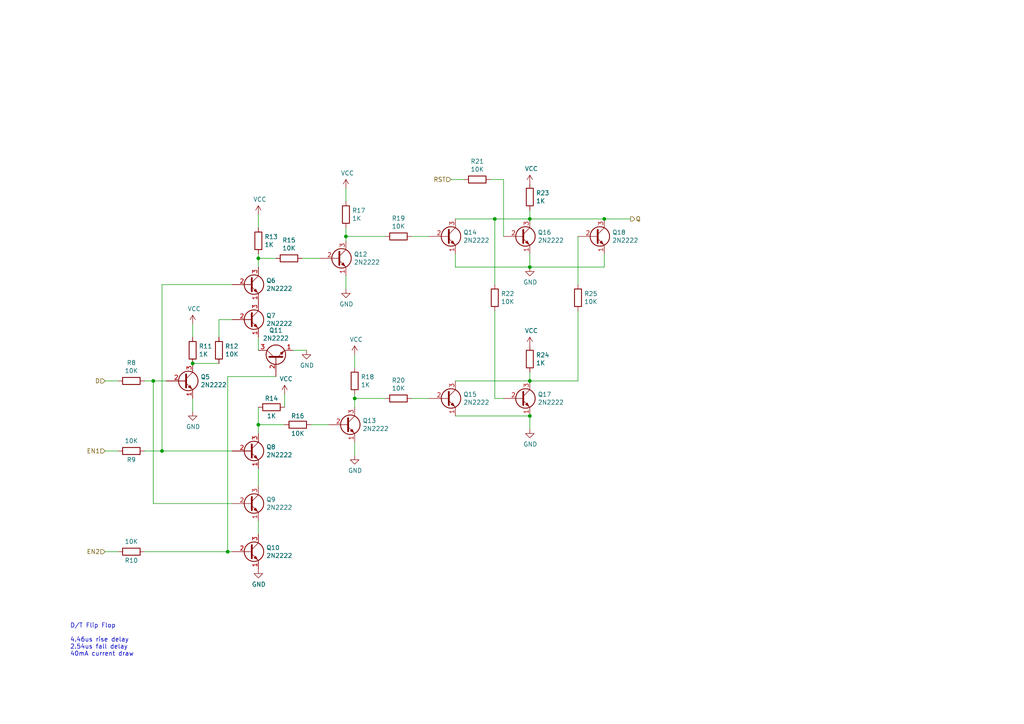
<source format=kicad_sch>
(kicad_sch (version 20230121) (generator eeschema)
  (paper "A4")
  (title_block (title "D Flip Flop") (date "2019-12-24") (rev "1") (comment 4 "Also doubles as a T flip-fop if desired"))
  (lib_symbols
    (symbol "2n2222:2N2222" (pin_names (offset 0) hide)
      (property "Reference" "Q" (at 5.08 1.905 0))
      (property "Value" "2N2222" (at 5.08 0 0))
      (symbol "2N2222_0_1"
        (polyline (pts (xy 0.635 0.635) (xy 2.54 2.54)))
        (polyline (pts (xy 0.635 -0.635) (xy 2.54 -2.54) (xy 2.54 -2.54)))
        (polyline (pts (xy 0.635 1.905) (xy 0.635 -1.905) (xy 0.635 -1.905)) (stroke (width 0.508)))
        (polyline (pts (xy 1.27 -1.778) (xy 1.778 -1.27) (xy 2.286 -2.286) (xy 1.27 -1.778) (xy 1.27 -1.778)) (fill (type outline)))
        (circle (center 1.27 0) (radius 2.8194) (stroke (width 0.254)))
      )
      (symbol "2N2222_1_1"
        (pin passive line (at 2.54 -5.08 90) (length 2.54) (name "E") (number "1"))
        (pin passive line (at -5.08 0 0) (length 5.715) (name "B") (number "2"))
        (pin passive line (at 2.54 5.08 270) (length 2.54) (name "C") (number "3"))
      )
    )
    (symbol "Device:R" (pin_numbers hide) (pin_names (offset 0))
      (property "Reference" "R" (at 2.032 0 90))
      (property "Value" "R" (at 0 0 90))
      (symbol "R_0_1"
        (rectangle (start -1.016 -2.54) (end 1.016 2.54) (stroke (width 0.254)))
      )
      (symbol "R_1_1"
        (pin passive line (at 0 3.81 270) (length 1.27) (name "~") (number "1"))
        (pin passive line (at 0 -3.81 90) (length 1.27) (name "~") (number "2"))
      )
    )
    (symbol "power:GND" (power) (pin_names (offset 0))
      (property "Value" "GND" (at 0 -3.81 0))
      (symbol "GND_0_1"
        (polyline (pts (xy 0 0) (xy 0 -1.27) (xy 1.27 -1.27) (xy 0 -2.54) (xy -1.27 -1.27) (xy 0 -1.27)))
      )
      (symbol "GND_1_1"
        (pin power_in line (at 0 0 270) (length 0) hide (name "GND") (number "1"))
      )
    )
    (symbol "power:VCC" (power) (pin_names (offset 0))
      (property "Value" "VCC" (at 0 3.81 0))
      (symbol "VCC_0_1"
        (polyline (pts (xy -0.762 1.27) (xy 0 2.54)))
        (polyline (pts (xy 0 0) (xy 0 2.54)))
        (polyline (pts (xy 0 2.54) (xy 0.762 1.27)))
      )
      (symbol "VCC_1_1"
        (pin power_in line (at 0 0 90) (length 0) hide (name "VCC") (number "1"))
      )
    )
  )
  (junction (at 153.67 110.49))
  (junction (at 44.45 110.49))
  (junction (at 46.99 130.81))
  (junction (at 66.04 160.02))
  (junction (at 175.26 63.5))
  (junction (at 102.87 115.57))
  (junction (at 74.93 74.93))
  (junction (at 153.67 77.47))
  (junction (at 55.88 105.41))
  (junction (at 153.67 120.65))
  (junction (at 143.51 63.5))
  (junction (at 100.33 68.58))
  (junction (at 153.67 63.5))
  (junction (at 74.93 123.19))
  (wire (pts (xy 90.17 123.19) (xy 95.25 123.19)))
  (wire (pts (xy 146.05 52.07) (xy 146.05 68.58)))
  (wire (pts (xy 111.76 115.57) (xy 102.87 115.57)))
  (wire (pts (xy 30.48 160.02) (xy 34.29 160.02)))
  (wire (pts (xy 132.08 120.65) (xy 153.67 120.65)))
  (wire (pts (xy 55.88 119.38) (xy 55.88 115.57)))
  (wire (pts (xy 63.5 97.79) (xy 63.5 92.71)))
  (wire (pts (xy 46.99 82.55) (xy 67.31 82.55)))
  (wire (pts (xy 74.93 123.19) (xy 74.93 125.73)))
  (wire (pts (xy 102.87 115.57) (xy 102.87 118.11)))
  (wire (pts (xy 143.51 90.17) (xy 143.51 115.57)))
  (wire (pts (xy 132.08 73.66) (xy 132.08 77.47)))
  (wire (pts (xy 153.67 124.46) (xy 153.67 120.65)))
  (wire (pts (xy 87.63 74.93) (xy 92.71 74.93)))
  (wire (pts (xy 44.45 110.49) (xy 48.26 110.49)))
  (wire (pts (xy 41.91 110.49) (xy 44.45 110.49)))
  (wire (pts (xy 74.93 135.89) (xy 74.93 140.97)))
  (wire (pts (xy 100.33 54.61) (xy 100.33 58.42)))
  (wire (pts (xy 63.5 105.41) (xy 55.88 105.41)))
  (wire (pts (xy 74.93 74.93) (xy 74.93 73.66)))
  (wire (pts (xy 102.87 102.87) (xy 102.87 106.68)))
  (wire (pts (xy 74.93 154.94) (xy 74.93 151.13)))
  (wire (pts (xy 143.51 63.5) (xy 132.08 63.5)))
  (wire (pts (xy 66.04 160.02) (xy 67.31 160.02)))
  (wire (pts (xy 143.51 115.57) (xy 146.05 115.57)))
  (wire (pts (xy 153.67 110.49) (xy 153.67 107.95)))
  (wire (pts (xy 46.99 82.55) (xy 46.99 130.81)))
  (wire (pts (xy 142.24 52.07) (xy 146.05 52.07)))
  (wire (pts (xy 143.51 63.5) (xy 143.51 82.55)))
  (wire (pts (xy 74.93 118.11) (xy 74.93 123.19)))
  (wire (pts (xy 153.67 63.5) (xy 153.67 60.96)))
  (wire (pts (xy 46.99 130.81) (xy 67.31 130.81)))
  (wire (pts (xy 74.93 77.47) (xy 74.93 74.93)))
  (wire (pts (xy 132.08 110.49) (xy 153.67 110.49)))
  (wire (pts (xy 153.67 73.66) (xy 153.67 77.47)))
  (wire (pts (xy 102.87 128.27) (xy 102.87 132.08)))
  (wire (pts (xy 119.38 68.58) (xy 124.46 68.58)))
  (wire (pts (xy 153.67 77.47) (xy 175.26 77.47)))
  (wire (pts (xy 46.99 130.81) (xy 41.91 130.81)))
  (wire (pts (xy 175.26 77.47) (xy 175.26 73.66)))
  (wire (pts (xy 119.38 115.57) (xy 124.46 115.57)))
  (wire (pts (xy 74.93 97.79) (xy 74.93 101.6)))
  (wire (pts (xy 100.33 80.01) (xy 100.33 83.82)))
  (wire (pts (xy 63.5 92.71) (xy 67.31 92.71)))
  (wire (pts (xy 66.04 109.22) (xy 66.04 160.02)))
  (wire (pts (xy 82.55 118.11) (xy 82.55 114.3)))
  (wire (pts (xy 167.64 110.49) (xy 167.64 90.17)))
  (wire (pts (xy 153.67 110.49) (xy 167.64 110.49)))
  (wire (pts (xy 82.55 123.19) (xy 74.93 123.19)))
  (wire (pts (xy 41.91 160.02) (xy 66.04 160.02)))
  (wire (pts (xy 102.87 114.3) (xy 102.87 115.57)))
  (wire (pts (xy 80.01 74.93) (xy 74.93 74.93)))
  (wire (pts (xy 66.04 109.22) (xy 80.01 109.22)))
  (wire (pts (xy 100.33 68.58) (xy 100.33 69.85)))
  (wire (pts (xy 44.45 110.49) (xy 44.45 146.05)))
  (wire (pts (xy 167.64 82.55) (xy 167.64 68.58)))
  (wire (pts (xy 130.81 52.07) (xy 134.62 52.07)))
  (wire (pts (xy 34.29 130.81) (xy 30.48 130.81)))
  (wire (pts (xy 132.08 77.47) (xy 153.67 77.47)))
  (wire (pts (xy 175.26 63.5) (xy 182.88 63.5)))
  (wire (pts (xy 44.45 146.05) (xy 67.31 146.05)))
  (wire (pts (xy 100.33 66.04) (xy 100.33 68.58)))
  (wire (pts (xy 111.76 68.58) (xy 100.33 68.58)))
  (wire (pts (xy 30.48 110.49) (xy 34.29 110.49)))
  (wire (pts (xy 85.09 101.6) (xy 88.9 101.6)))
  (wire (pts (xy 153.67 63.5) (xy 143.51 63.5)))
  (wire (pts (xy 153.67 63.5) (xy 175.26 63.5)))
  (wire (pts (xy 74.93 66.04) (xy 74.93 62.23)))
  (wire (pts (xy 55.88 97.79) (xy 55.88 93.98)))
  (text "D/T Flip Flop\n\n4.46us rise delay\n2.54us fall delay\n40mA current draw" (at 20.32 190.5 0) (effects (font (size 1.27 1.27)) (justify left bottom)))
  (hierarchical_label "EN1" (shape input) (at 30.48 130.81 180))
  (hierarchical_label "EN2" (shape input) (at 30.48 160.02 180))
  (hierarchical_label "RST" (shape input) (at 130.81 52.07 180))
  (hierarchical_label "D" (shape input) (at 30.48 110.49 180))
  (hierarchical_label "Q" (shape output) (at 182.88 63.5 0))
  (symbol (lib_id "Device:R") (at 78.74 118.11 270) (unit 1)
    (property "Reference" "R14" (at 78.74 115.57 90))
    (property "Value" "1K" (at 78.74 120.65 90))
    (property "Footprint" "Resistor_THT:R_Axial_DIN0309_L9.0mm_D3.2mm_P12.70mm_Horizontal" (effects hide))
  )
  (symbol (lib_id "power:VCC") (at 82.55 114.3 0) (unit 1)
    (property "Reference" "#PWR028" (effects hide))
    (property "Value" "VCC" (at 82.9818 109.9058 0))
  )
  (symbol (lib_id "power:VCC") (at 74.93 62.23 0) (unit 1)
    (property "Reference" "#PWR026" (effects hide))
    (property "Value" "VCC" (at 75.3618 57.8358 0))
  )
  (symbol (lib_id "Device:R") (at 83.82 74.93 270) (unit 1)
    (property "Reference" "R15" (at 83.82 69.6722 90))
    (property "Value" "10K" (at 83.82 71.9836 90))
    (property "Footprint" "Resistor_THT:R_Axial_DIN0309_L9.0mm_D3.2mm_P12.70mm_Horizontal" (effects hide))
  )
  (symbol (lib_id "2n2222:2N2222") (at 97.79 74.93 0) (unit 1)
    (property "Reference" "Q12" (at 102.616 73.7616 0) (effects (justify left)))
    (property "Value" "2N2222" (at 102.616 76.073 0) (effects (justify left)))
    (property "Footprint" "Package_TO_SOT_THT:TO-92_Inline" (effects hide))
    (property "Datasheet" "https://www.fairchildsemi.com/datasheets/2N/2N3904.pdf" (effects hide))
  )
  (symbol (lib_id "power:GND") (at 100.33 83.82 0) (unit 1)
    (property "Reference" "#PWR031" (effects hide))
    (property "Value" "GND" (at 100.457 88.2142 0))
  )
  (symbol (lib_id "Device:R") (at 63.5 101.6 0) (unit 1)
    (property "Reference" "R12" (at 65.278 100.4316 0) (effects (justify left)))
    (property "Value" "10K" (at 65.278 102.743 0) (effects (justify left)))
    (property "Footprint" "Resistor_THT:R_Axial_DIN0309_L9.0mm_D3.2mm_P12.70mm_Horizontal" (effects hide))
  )
  (symbol (lib_id "2n2222:2N2222") (at 53.34 110.49 0) (unit 1)
    (property "Reference" "Q5" (at 58.166 109.3216 0) (effects (justify left)))
    (property "Value" "2N2222" (at 58.166 111.633 0) (effects (justify left)))
    (property "Footprint" "Package_TO_SOT_THT:TO-92_Inline" (effects hide))
    (property "Datasheet" "https://www.fairchildsemi.com/datasheets/2N/2N3904.pdf" (effects hide))
  )
  (symbol (lib_id "Device:R") (at 38.1 110.49 270) (unit 1)
    (property "Reference" "R8" (at 38.1 105.2322 90))
    (property "Value" "10K" (at 38.1 107.5436 90))
    (property "Footprint" "Resistor_THT:R_Axial_DIN0309_L9.0mm_D3.2mm_P12.70mm_Horizontal" (effects hide))
  )
  (symbol (lib_id "power:GND") (at 55.88 119.38 0) (unit 1)
    (property "Reference" "#PWR025" (effects hide))
    (property "Value" "GND" (at 56.007 123.7742 0))
  )
  (symbol (lib_id "2n2222:2N2222") (at 80.01 104.14 90) (unit 1)
    (property "Reference" "Q11" (at 80.01 95.8088 90))
    (property "Value" "2N2222" (at 80.01 98.1202 90))
    (property "Footprint" "Package_TO_SOT_THT:TO-92_Inline" (effects hide))
    (property "Datasheet" "https://www.fairchildsemi.com/datasheets/2N/2N3904.pdf" (effects hide))
  )
  (symbol (lib_id "power:VCC") (at 55.88 93.98 0) (unit 1)
    (property "Reference" "#PWR024" (effects hide))
    (property "Value" "VCC" (at 56.3118 89.5858 0))
  )
  (symbol (lib_id "power:GND") (at 74.93 165.1 0) (unit 1)
    (property "Reference" "#PWR027" (effects hide))
    (property "Value" "GND" (at 75.057 169.4942 0))
  )
  (symbol (lib_id "2n2222:2N2222") (at 72.39 146.05 0) (unit 1)
    (property "Reference" "Q9" (at 77.216 144.8816 0) (effects (justify left)))
    (property "Value" "2N2222" (at 77.216 147.193 0) (effects (justify left)))
    (property "Footprint" "Package_TO_SOT_THT:TO-92_Inline" (effects hide))
    (property "Datasheet" "https://www.fairchildsemi.com/datasheets/2N/2N3904.pdf" (effects hide))
  )
  (symbol (lib_id "Device:R") (at 38.1 130.81 270) (unit 1)
    (property "Reference" "R9" (at 38.1 133.35 90))
    (property "Value" "10K" (at 38.1 127.8636 90))
    (property "Footprint" "Resistor_THT:R_Axial_DIN0309_L9.0mm_D3.2mm_P12.70mm_Horizontal" (effects hide))
  )
  (symbol (lib_id "2n2222:2N2222") (at 100.33 123.19 0) (unit 1)
    (property "Reference" "Q13" (at 105.156 122.0216 0) (effects (justify left)))
    (property "Value" "2N2222" (at 105.156 124.333 0) (effects (justify left)))
    (property "Footprint" "Package_TO_SOT_THT:TO-92_Inline" (effects hide))
    (property "Datasheet" "https://www.fairchildsemi.com/datasheets/2N/2N3904.pdf" (effects hide))
  )
  (symbol (lib_id "Device:R") (at 102.87 110.49 0) (unit 1)
    (property "Reference" "R18" (at 104.648 109.3216 0) (effects (justify left)))
    (property "Value" "1K" (at 104.648 111.633 0) (effects (justify left)))
    (property "Footprint" "Resistor_THT:R_Axial_DIN0309_L9.0mm_D3.2mm_P12.70mm_Horizontal" (effects hide))
  )
  (symbol (lib_id "power:VCC") (at 102.87 102.87 0) (unit 1)
    (property "Reference" "#PWR032" (effects hide))
    (property "Value" "VCC" (at 103.3018 98.4758 0))
  )
  (symbol (lib_id "power:GND") (at 102.87 132.08 0) (unit 1)
    (property "Reference" "#PWR033" (effects hide))
    (property "Value" "GND" (at 102.997 136.4742 0))
  )
  (symbol (lib_id "Device:R") (at 38.1 160.02 270) (unit 1)
    (property "Reference" "R10" (at 38.1 162.56 90))
    (property "Value" "10K" (at 38.1 157.0736 90))
    (property "Footprint" "Resistor_THT:R_Axial_DIN0309_L9.0mm_D3.2mm_P12.70mm_Horizontal" (effects hide))
  )
  (symbol (lib_id "2n2222:2N2222") (at 129.54 68.58 0) (unit 1)
    (property "Reference" "Q14" (at 134.366 67.4116 0) (effects (justify left)))
    (property "Value" "2N2222" (at 134.366 69.723 0) (effects (justify left)))
    (property "Footprint" "Package_TO_SOT_THT:TO-92_Inline" (effects hide))
    (property "Datasheet" "https://www.fairchildsemi.com/datasheets/2N/2N3904.pdf" (effects hide))
  )
  (symbol (lib_id "2n2222:2N2222") (at 151.13 68.58 0) (unit 1)
    (property "Reference" "Q16" (at 155.956 67.4116 0) (effects (justify left)))
    (property "Value" "2N2222" (at 155.956 69.723 0) (effects (justify left)))
    (property "Footprint" "Package_TO_SOT_THT:TO-92_Inline" (effects hide))
    (property "Datasheet" "https://www.fairchildsemi.com/datasheets/2N/2N3904.pdf" (effects hide))
  )
  (symbol (lib_id "2n2222:2N2222") (at 172.72 68.58 0) (unit 1)
    (property "Reference" "Q18" (at 177.546 67.4116 0) (effects (justify left)))
    (property "Value" "2N2222" (at 177.546 69.723 0) (effects (justify left)))
    (property "Footprint" "Package_TO_SOT_THT:TO-92_Inline" (effects hide))
    (property "Datasheet" "https://www.fairchildsemi.com/datasheets/2N/2N3904.pdf" (effects hide))
  )
  (symbol (lib_id "Device:R") (at 138.43 52.07 270) (unit 1)
    (property "Reference" "R21" (at 138.43 46.8122 90))
    (property "Value" "10K" (at 138.43 49.1236 90))
    (property "Footprint" "Resistor_THT:R_Axial_DIN0309_L9.0mm_D3.2mm_P12.70mm_Horizontal" (effects hide))
  )
  (symbol (lib_id "2n2222:2N2222") (at 129.54 115.57 0) (unit 1)
    (property "Reference" "Q15" (at 134.366 114.4016 0) (effects (justify left)))
    (property "Value" "2N2222" (at 134.366 116.713 0) (effects (justify left)))
    (property "Footprint" "Package_TO_SOT_THT:TO-92_Inline" (effects hide))
    (property "Datasheet" "https://www.fairchildsemi.com/datasheets/2N/2N3904.pdf" (effects hide))
  )
  (symbol (lib_id "2n2222:2N2222") (at 151.13 115.57 0) (unit 1)
    (property "Reference" "Q17" (at 155.956 114.4016 0) (effects (justify left)))
    (property "Value" "2N2222" (at 155.956 116.713 0) (effects (justify left)))
    (property "Footprint" "Package_TO_SOT_THT:TO-92_Inline" (effects hide))
    (property "Datasheet" "https://www.fairchildsemi.com/datasheets/2N/2N3904.pdf" (effects hide))
  )
  (symbol (lib_id "power:GND") (at 153.67 124.46 0) (unit 1)
    (property "Reference" "#PWR037" (effects hide))
    (property "Value" "GND" (at 153.797 128.8542 0))
  )
  (symbol (lib_id "Device:R") (at 153.67 104.14 0) (unit 1)
    (property "Reference" "R24" (at 155.448 102.9716 0) (effects (justify left)))
    (property "Value" "1K" (at 155.448 105.283 0) (effects (justify left)))
    (property "Footprint" "Resistor_THT:R_Axial_DIN0309_L9.0mm_D3.2mm_P12.70mm_Horizontal" (effects hide))
  )
  (symbol (lib_id "power:VCC") (at 153.67 100.33 0) (unit 1)
    (property "Reference" "#PWR036" (effects hide))
    (property "Value" "VCC" (at 154.1018 95.9358 0))
  )
  (symbol (lib_id "Device:R") (at 143.51 86.36 0) (unit 1)
    (property "Reference" "R22" (at 145.288 85.1916 0) (effects (justify left)))
    (property "Value" "10K" (at 145.288 87.503 0) (effects (justify left)))
    (property "Footprint" "Resistor_THT:R_Axial_DIN0309_L9.0mm_D3.2mm_P12.70mm_Horizontal" (effects hide))
  )
  (symbol (lib_id "2n2222:2N2222") (at 72.39 82.55 0) (unit 1)
    (property "Reference" "Q6" (at 77.216 81.3816 0) (effects (justify left)))
    (property "Value" "2N2222" (at 77.216 83.693 0) (effects (justify left)))
    (property "Footprint" "Package_TO_SOT_THT:TO-92_Inline" (effects hide))
    (property "Datasheet" "https://www.fairchildsemi.com/datasheets/2N/2N3904.pdf" (effects hide))
  )
  (symbol (lib_id "Device:R") (at 74.93 69.85 0) (unit 1)
    (property "Reference" "R13" (at 76.708 68.6816 0) (effects (justify left)))
    (property "Value" "1K" (at 76.708 70.993 0) (effects (justify left)))
    (property "Footprint" "Resistor_THT:R_Axial_DIN0309_L9.0mm_D3.2mm_P12.70mm_Horizontal" (effects hide))
  )
  (symbol (lib_id "Device:R") (at 100.33 62.23 0) (unit 1)
    (property "Reference" "R17" (at 102.108 61.0616 0) (effects (justify left)))
    (property "Value" "1K" (at 102.108 63.373 0) (effects (justify left)))
    (property "Footprint" "Resistor_THT:R_Axial_DIN0309_L9.0mm_D3.2mm_P12.70mm_Horizontal" (effects hide))
  )
  (symbol (lib_id "power:VCC") (at 100.33 54.61 0) (unit 1)
    (property "Reference" "#PWR030" (effects hide))
    (property "Value" "VCC" (at 100.7618 50.2158 0))
  )
  (symbol (lib_id "2n2222:2N2222") (at 72.39 92.71 0) (unit 1)
    (property "Reference" "Q7" (at 77.216 91.5416 0) (effects (justify left)))
    (property "Value" "2N2222" (at 77.216 93.853 0) (effects (justify left)))
    (property "Footprint" "Package_TO_SOT_THT:TO-92_Inline" (effects hide))
    (property "Datasheet" "https://www.fairchildsemi.com/datasheets/2N/2N3904.pdf" (effects hide))
  )
  (symbol (lib_id "Device:R") (at 55.88 101.6 0) (unit 1)
    (property "Reference" "R11" (at 57.658 100.4316 0) (effects (justify left)))
    (property "Value" "1K" (at 57.658 102.743 0) (effects (justify left)))
    (property "Footprint" "Resistor_THT:R_Axial_DIN0309_L9.0mm_D3.2mm_P12.70mm_Horizontal" (effects hide))
  )
  (symbol (lib_id "power:GND") (at 88.9 101.6 0) (unit 1)
    (property "Reference" "#PWR029" (effects hide))
    (property "Value" "GND" (at 89.027 105.9942 0))
  )
  (symbol (lib_id "2n2222:2N2222") (at 72.39 130.81 0) (unit 1)
    (property "Reference" "Q8" (at 77.216 129.6416 0) (effects (justify left)))
    (property "Value" "2N2222" (at 77.216 131.953 0) (effects (justify left)))
    (property "Footprint" "Package_TO_SOT_THT:TO-92_Inline" (effects hide))
    (property "Datasheet" "https://www.fairchildsemi.com/datasheets/2N/2N3904.pdf" (effects hide))
  )
  (symbol (lib_id "Device:R") (at 86.36 123.19 270) (unit 1)
    (property "Reference" "R16" (at 86.36 120.65 90))
    (property "Value" "10K" (at 86.36 125.73 90))
    (property "Footprint" "Resistor_THT:R_Axial_DIN0309_L9.0mm_D3.2mm_P12.70mm_Horizontal" (effects hide))
  )
  (symbol (lib_id "2n2222:2N2222") (at 72.39 160.02 0) (unit 1)
    (property "Reference" "Q10" (at 77.216 158.8516 0) (effects (justify left)))
    (property "Value" "2N2222" (at 77.216 161.163 0) (effects (justify left)))
    (property "Footprint" "Package_TO_SOT_THT:TO-92_Inline" (effects hide))
    (property "Datasheet" "https://www.fairchildsemi.com/datasheets/2N/2N3904.pdf" (effects hide))
  )
  (symbol (lib_id "Device:R") (at 115.57 115.57 270) (unit 1)
    (property "Reference" "R20" (at 115.57 110.3122 90))
    (property "Value" "10K" (at 115.57 112.6236 90))
    (property "Footprint" "Resistor_THT:R_Axial_DIN0309_L9.0mm_D3.2mm_P12.70mm_Horizontal" (effects hide))
  )
  (symbol (lib_id "power:GND") (at 153.67 77.47 0) (unit 1)
    (property "Reference" "#PWR035" (effects hide))
    (property "Value" "GND" (at 153.797 81.8642 0))
  )
  (symbol (lib_id "Device:R") (at 153.67 57.15 180) (unit 1)
    (property "Reference" "R23" (at 155.448 55.9816 0) (effects (justify right)))
    (property "Value" "1K" (at 155.448 58.293 0) (effects (justify right)))
    (property "Footprint" "Resistor_THT:R_Axial_DIN0309_L9.0mm_D3.2mm_P12.70mm_Horizontal" (effects hide))
  )
  (symbol (lib_id "power:VCC") (at 153.67 53.34 0) (unit 1)
    (property "Reference" "#PWR034" (effects hide))
    (property "Value" "VCC" (at 154.1018 48.9458 0))
  )
  (symbol (lib_id "Device:R") (at 115.57 68.58 270) (unit 1)
    (property "Reference" "R19" (at 115.57 63.3222 90))
    (property "Value" "10K" (at 115.57 65.6336 90))
    (property "Footprint" "Resistor_THT:R_Axial_DIN0309_L9.0mm_D3.2mm_P12.70mm_Horizontal" (effects hide))
  )
  (symbol (lib_id "Device:R") (at 167.64 86.36 0) (unit 1)
    (property "Reference" "R25" (at 169.418 85.1916 0) (effects (justify left)))
    (property "Value" "10K" (at 169.418 87.503 0) (effects (justify left)))
    (property "Footprint" "Resistor_THT:R_Axial_DIN0309_L9.0mm_D3.2mm_P12.70mm_Horizontal" (effects hide))
  )
)
</source>
